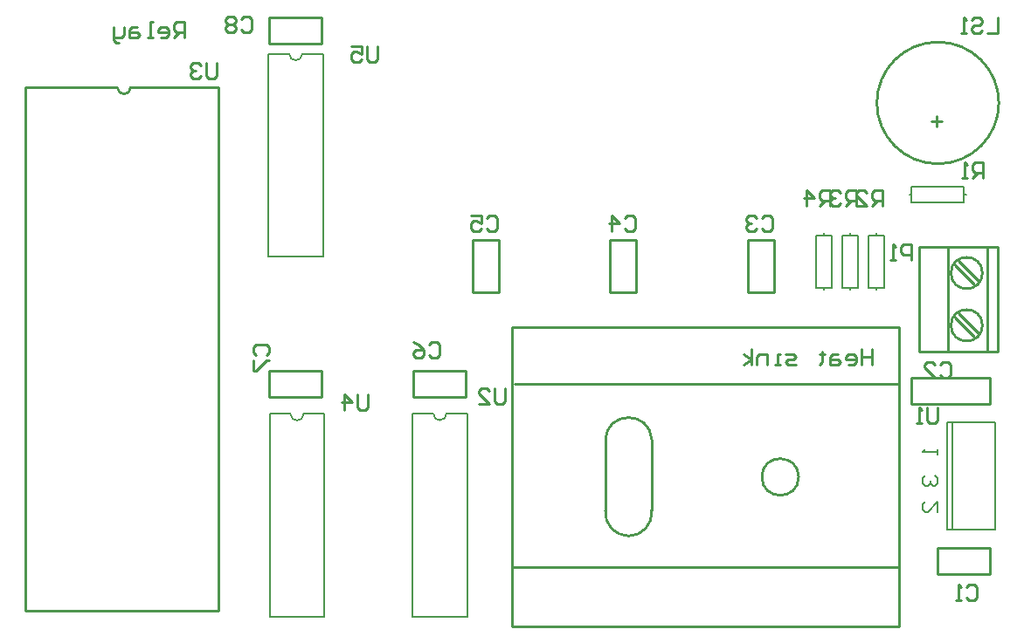
<source format=gbo>
G04 Layer_Color=32896*
%FSLAX44Y44*%
%MOMM*%
G71*
G01*
G75*
%ADD11C,0.2540*%
%ADD36C,0.2000*%
%ADD37C,0.1500*%
D11*
X1513327Y930925D02*
G03*
X1468539Y930171I-22377J-1375D01*
G01*
X1468502Y861529D02*
G03*
X1513363Y861893I22448J-1979D01*
G01*
X1655763Y894300D02*
G03*
X1655763Y894300I-17813J0D01*
G01*
X995680Y1272286D02*
G03*
X1008380Y1272286I6350J0D01*
G01*
X1849792Y1257300D02*
G03*
X1849792Y1257300I-59092J0D01*
G01*
X1833880Y1092200D02*
G03*
X1833880Y1092200I-15240J0D01*
G01*
Y1041400D02*
G03*
X1833880Y1041400I-15240J0D01*
G01*
X1380200Y984800D02*
X1752950D01*
X1378450Y806800D02*
X1752950D01*
X1468450Y860050D02*
Y930171D01*
X1513450Y861894D02*
Y930300D01*
X1377950Y749300D02*
X1752950D01*
Y1039300D01*
X1377950D02*
X1752950D01*
X1377950Y749300D02*
Y1039300D01*
X1093470Y764286D02*
Y1272286D01*
X906780Y764286D02*
X1093470D01*
X906780D02*
Y1272286D01*
X995680D01*
X1008380D02*
X1093470D01*
X1339850Y1123950D02*
X1365250D01*
Y1073150D02*
Y1123950D01*
X1339850Y1073150D02*
X1365250D01*
X1339850D02*
Y1123950D01*
X1606550D02*
X1631950D01*
Y1073150D02*
Y1123950D01*
X1606550Y1073150D02*
X1631950D01*
X1606550D02*
Y1123950D01*
X1473200D02*
X1498600D01*
Y1073150D02*
Y1123950D01*
X1473200Y1073150D02*
X1498600D01*
X1473200D02*
Y1123950D01*
X1143000Y1314450D02*
Y1339850D01*
X1193800D01*
Y1314450D02*
Y1339850D01*
X1143000Y1314450D02*
X1193800D01*
X1333500Y971550D02*
Y996950D01*
X1282700Y971550D02*
X1333500D01*
X1282700D02*
Y996950D01*
X1333500D01*
X1807210Y1099820D02*
X1826260Y1080770D01*
X1811020Y1103630D02*
X1830070Y1084580D01*
X1807210Y1049020D02*
X1826260Y1029970D01*
X1811020Y1052830D02*
X1830070Y1033780D01*
X1772920Y1016000D02*
Y1117600D01*
Y1016000D02*
X1849120D01*
Y1117600D01*
X1838960Y1016000D02*
Y1117600D01*
X1772920D02*
X1849120D01*
X1800860Y1016000D02*
Y1117600D01*
X1765300Y965200D02*
X1841500D01*
Y990600D01*
X1765300D02*
X1841500D01*
X1765300Y965200D02*
Y990600D01*
X1143000Y971550D02*
Y996950D01*
X1193800D01*
Y971550D02*
Y996950D01*
X1143000Y971550D02*
X1193800D01*
X1790700Y800100D02*
Y825500D01*
X1841500D01*
Y800100D02*
Y825500D01*
X1790700Y800100D02*
X1841500D01*
X1727200Y1018535D02*
Y1003300D01*
Y1010918D01*
X1717043D01*
Y1018535D01*
Y1003300D01*
X1704347D02*
X1709426D01*
X1711965Y1005839D01*
Y1010918D01*
X1709426Y1013457D01*
X1704347D01*
X1701808Y1010918D01*
Y1008378D01*
X1711965D01*
X1694191Y1013457D02*
X1689112D01*
X1686573Y1010918D01*
Y1003300D01*
X1694191D01*
X1696730Y1005839D01*
X1694191Y1008378D01*
X1686573D01*
X1678956Y1015996D02*
Y1013457D01*
X1681495D01*
X1676416D01*
X1678956D01*
Y1005839D01*
X1676416Y1003300D01*
X1653564D02*
X1645946D01*
X1643407Y1005839D01*
X1645946Y1008378D01*
X1651025D01*
X1653564Y1010918D01*
X1651025Y1013457D01*
X1643407D01*
X1638329Y1003300D02*
X1633250D01*
X1635790D01*
Y1013457D01*
X1638329D01*
X1625633Y1003300D02*
Y1013457D01*
X1618015D01*
X1615476Y1010918D01*
Y1003300D01*
X1610398D02*
Y1018535D01*
Y1008378D02*
X1602780Y1013457D01*
X1610398Y1008378D02*
X1602780Y1003300D01*
X1794764Y1239518D02*
X1784607D01*
X1789686Y1244596D02*
Y1234439D01*
X1620523Y1145536D02*
X1623062Y1148075D01*
X1628141D01*
X1630680Y1145536D01*
Y1135379D01*
X1628141Y1132840D01*
X1623062D01*
X1620523Y1135379D01*
X1615445Y1145536D02*
X1612906Y1148075D01*
X1607827D01*
X1605288Y1145536D01*
Y1142997D01*
X1607827Y1140458D01*
X1610367D01*
X1607827D01*
X1605288Y1137918D01*
Y1135379D01*
X1607827Y1132840D01*
X1612906D01*
X1615445Y1135379D01*
X1487173Y1145536D02*
X1489713Y1148075D01*
X1494791D01*
X1497330Y1145536D01*
Y1135379D01*
X1494791Y1132840D01*
X1489713D01*
X1487173Y1135379D01*
X1474477Y1132840D02*
Y1148075D01*
X1482095Y1140458D01*
X1471938D01*
X1353823Y1145536D02*
X1356362Y1148075D01*
X1361441D01*
X1363980Y1145536D01*
Y1135379D01*
X1361441Y1132840D01*
X1356362D01*
X1353823Y1135379D01*
X1338588Y1148075D02*
X1348745D01*
Y1140458D01*
X1343667Y1142997D01*
X1341127D01*
X1338588Y1140458D01*
Y1135379D01*
X1341127Y1132840D01*
X1346206D01*
X1348745Y1135379D01*
X1834388Y1184656D02*
Y1199891D01*
X1826770D01*
X1824231Y1197352D01*
Y1192273D01*
X1826770Y1189734D01*
X1834388D01*
X1829310D02*
X1824231Y1184656D01*
X1819153D02*
X1814075D01*
X1816614D01*
Y1199891D01*
X1819153Y1197352D01*
X1790700Y961385D02*
Y948689D01*
X1788161Y946150D01*
X1783082D01*
X1780543Y948689D01*
Y961385D01*
X1775465Y946150D02*
X1770387D01*
X1772926D01*
Y961385D01*
X1775465Y958846D01*
X1371600Y980435D02*
Y967739D01*
X1369061Y965200D01*
X1363983D01*
X1361443Y967739D01*
Y980435D01*
X1346208Y965200D02*
X1356365D01*
X1346208Y975357D01*
Y977896D01*
X1348747Y980435D01*
X1353826D01*
X1356365Y977896D01*
X1092200Y1296411D02*
Y1283715D01*
X1089661Y1281176D01*
X1084583D01*
X1082043Y1283715D01*
Y1296411D01*
X1076965Y1293872D02*
X1074426Y1296411D01*
X1069347D01*
X1066808Y1293872D01*
Y1291333D01*
X1069347Y1288793D01*
X1071887D01*
X1069347D01*
X1066808Y1286254D01*
Y1283715D01*
X1069347Y1281176D01*
X1074426D01*
X1076965Y1283715D01*
X1238250Y974085D02*
Y961389D01*
X1235711Y958850D01*
X1230632D01*
X1228093Y961389D01*
Y974085D01*
X1215397Y958850D02*
Y974085D01*
X1223015Y966468D01*
X1212858D01*
X1247902Y1312667D02*
Y1299971D01*
X1245363Y1297432D01*
X1240285D01*
X1237745Y1299971D01*
Y1312667D01*
X1222510D02*
X1232667D01*
Y1305049D01*
X1227589Y1307589D01*
X1225049D01*
X1222510Y1305049D01*
Y1299971D01*
X1225049Y1297432D01*
X1230128D01*
X1232667Y1299971D01*
X1818643Y787396D02*
X1821183Y789935D01*
X1826261D01*
X1828800Y787396D01*
Y777239D01*
X1826261Y774700D01*
X1821183D01*
X1818643Y777239D01*
X1813565Y774700D02*
X1808487D01*
X1811026D01*
Y789935D01*
X1813565Y787396D01*
X1793243Y1003296D02*
X1795782Y1005835D01*
X1800861D01*
X1803400Y1003296D01*
Y993139D01*
X1800861Y990600D01*
X1795782D01*
X1793243Y993139D01*
X1778008Y990600D02*
X1788165D01*
X1778008Y1000757D01*
Y1003296D01*
X1780547Y1005835D01*
X1785626D01*
X1788165Y1003296D01*
X1848612Y1340607D02*
Y1325372D01*
X1838455D01*
X1823220Y1338068D02*
X1825759Y1340607D01*
X1830838D01*
X1833377Y1338068D01*
Y1335529D01*
X1830838Y1332990D01*
X1825759D01*
X1823220Y1330450D01*
Y1327911D01*
X1825759Y1325372D01*
X1830838D01*
X1833377Y1327911D01*
X1818142Y1325372D02*
X1813064D01*
X1815603D01*
Y1340607D01*
X1818142Y1338068D01*
X1765300Y1104900D02*
Y1120135D01*
X1757682D01*
X1755143Y1117596D01*
Y1112517D01*
X1757682Y1109978D01*
X1765300D01*
X1750065Y1104900D02*
X1744987D01*
X1747526D01*
Y1120135D01*
X1750065Y1117596D01*
X1297943Y1022346D02*
X1300482Y1024885D01*
X1305561D01*
X1308100Y1022346D01*
Y1012189D01*
X1305561Y1009650D01*
X1300482D01*
X1297943Y1012189D01*
X1282708Y1024885D02*
X1287787Y1022346D01*
X1292865Y1017268D01*
Y1012189D01*
X1290326Y1009650D01*
X1285247D01*
X1282708Y1012189D01*
Y1014728D01*
X1285247Y1017268D01*
X1292865D01*
X1130304Y1012193D02*
X1127765Y1014733D01*
Y1019811D01*
X1130304Y1022350D01*
X1140461D01*
X1143000Y1019811D01*
Y1014733D01*
X1140461Y1012193D01*
X1127765Y1007115D02*
Y996958D01*
X1130304D01*
X1140461Y1007115D01*
X1143000D01*
X1115825Y1338576D02*
X1118364Y1341115D01*
X1123443D01*
X1125982Y1338576D01*
Y1328419D01*
X1123443Y1325880D01*
X1118364D01*
X1115825Y1328419D01*
X1110747Y1338576D02*
X1108208Y1341115D01*
X1103129D01*
X1100590Y1338576D01*
Y1336037D01*
X1103129Y1333497D01*
X1100590Y1330958D01*
Y1328419D01*
X1103129Y1325880D01*
X1108208D01*
X1110747Y1328419D01*
Y1330958D01*
X1108208Y1333497D01*
X1110747Y1336037D01*
Y1338576D01*
X1108208Y1333497D02*
X1103129D01*
X1736852Y1157224D02*
Y1172459D01*
X1729234D01*
X1726695Y1169920D01*
Y1164842D01*
X1729234Y1162302D01*
X1736852D01*
X1731774D02*
X1726695Y1157224D01*
X1711460D02*
X1721617D01*
X1711460Y1167381D01*
Y1169920D01*
X1713999Y1172459D01*
X1719078D01*
X1721617Y1169920D01*
X1711452Y1157224D02*
Y1172459D01*
X1703835D01*
X1701295Y1169920D01*
Y1164842D01*
X1703835Y1162302D01*
X1711452D01*
X1706374D02*
X1701295Y1157224D01*
X1696217Y1169920D02*
X1693678Y1172459D01*
X1688599D01*
X1686060Y1169920D01*
Y1167381D01*
X1688599Y1164842D01*
X1691139D01*
X1688599D01*
X1686060Y1162302D01*
Y1159763D01*
X1688599Y1157224D01*
X1693678D01*
X1696217Y1159763D01*
X1686052Y1157224D02*
Y1172459D01*
X1678434D01*
X1675895Y1169920D01*
Y1164842D01*
X1678434Y1162302D01*
X1686052D01*
X1680974D02*
X1675895Y1157224D01*
X1663199D02*
Y1172459D01*
X1670817Y1164842D01*
X1660660D01*
X1060450Y1320800D02*
Y1336035D01*
X1052832D01*
X1050293Y1333496D01*
Y1328418D01*
X1052832Y1325878D01*
X1060450D01*
X1055372D02*
X1050293Y1320800D01*
X1037597D02*
X1042676D01*
X1045215Y1323339D01*
Y1328418D01*
X1042676Y1330957D01*
X1037597D01*
X1035058Y1328418D01*
Y1325878D01*
X1045215D01*
X1029980Y1320800D02*
X1024902D01*
X1027441D01*
Y1336035D01*
X1029980D01*
X1014745Y1330957D02*
X1009666D01*
X1007127Y1328418D01*
Y1320800D01*
X1014745D01*
X1017284Y1323339D01*
X1014745Y1325878D01*
X1007127D01*
X1002049Y1330957D02*
Y1323339D01*
X999510Y1320800D01*
X991892D01*
Y1318261D01*
X994431Y1315722D01*
X996971D01*
X991892Y1320800D02*
Y1330957D01*
D36*
X1162050Y1305000D02*
G03*
X1174750Y1305000I6350J0D01*
G01*
X1163320Y955496D02*
G03*
X1176020Y955496I6350J0D01*
G01*
X1301750Y955750D02*
G03*
X1314450Y955750I6350J0D01*
G01*
X1763014Y1168400D02*
X1765300D01*
X1816100D02*
X1818386D01*
X1765300Y1160780D02*
Y1168400D01*
Y1160780D02*
X1816100D01*
Y1176020D01*
X1765300D02*
X1816100D01*
X1765300Y1168400D02*
Y1176020D01*
X1141900Y1108000D02*
Y1305000D01*
X1194900Y1108000D02*
Y1305000D01*
X1141900Y1108000D02*
X1194900D01*
X1141900Y1305000D02*
X1162050D01*
X1174750D02*
X1194900D01*
X1679956Y1075690D02*
Y1077976D01*
Y1128776D02*
Y1131062D01*
Y1077976D02*
X1687576D01*
Y1128776D01*
X1672336D02*
X1687576D01*
X1672336Y1077976D02*
Y1128776D01*
Y1077976D02*
X1679956D01*
X1705356Y1075690D02*
Y1077976D01*
Y1128776D02*
Y1131062D01*
Y1077976D02*
X1712976D01*
Y1128776D01*
X1697736D02*
X1712976D01*
X1697736Y1077976D02*
Y1128776D01*
Y1077976D02*
X1705356D01*
X1730756Y1075690D02*
Y1077976D01*
Y1128776D02*
Y1131062D01*
Y1077976D02*
X1738376D01*
Y1128776D01*
X1723136D02*
X1738376D01*
X1723136Y1077976D02*
Y1128776D01*
Y1077976D02*
X1730756D01*
X1799800Y843350D02*
Y947350D01*
Y843350D02*
X1845800D01*
Y947350D01*
X1799800D02*
X1845800D01*
X1804800Y843350D02*
Y947350D01*
X1143170Y758496D02*
Y955496D01*
X1196170Y758496D02*
Y955496D01*
X1143170Y758496D02*
X1196170D01*
X1143170Y955496D02*
X1163320D01*
X1176020D02*
X1196170D01*
X1281600Y758750D02*
Y955750D01*
X1334600Y758750D02*
Y955750D01*
X1281600Y758750D02*
X1334600D01*
X1281600Y955750D02*
X1301750D01*
X1314450D02*
X1334600D01*
D37*
X1778204Y895350D02*
X1775705Y892851D01*
Y887852D01*
X1778204Y885353D01*
X1780703D01*
X1783202Y887852D01*
Y890352D01*
Y887852D01*
X1785702Y885353D01*
X1788201D01*
X1790700Y887852D01*
Y892851D01*
X1788201Y895350D01*
X1790700Y859953D02*
Y869950D01*
X1780703Y859953D01*
X1778204D01*
X1775705Y862452D01*
Y867451D01*
X1778204Y869950D01*
X1790700Y920750D02*
Y915752D01*
Y918251D01*
X1775705D01*
X1778204Y920750D01*
M02*

</source>
